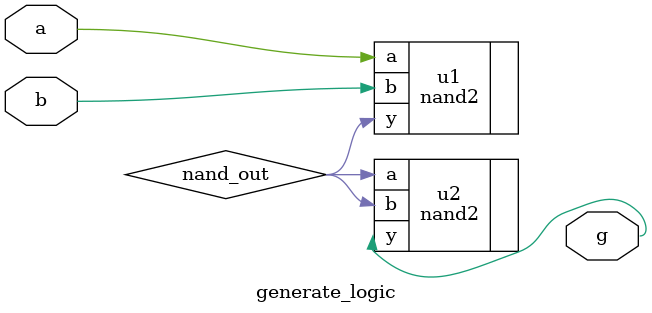
<source format=sv>
module generate_logic (
    input logic a,
    input logic b,
    output logic g
);

    logic nand_out;  

	nand2 u1 (
		.a(a), 
		.b(b), 
		.y(nand_out)
		); 

	nand2 u2 (
		.a(nand_out), 
		.b(nand_out), 
		.y(g)
		); 

endmodule

</source>
